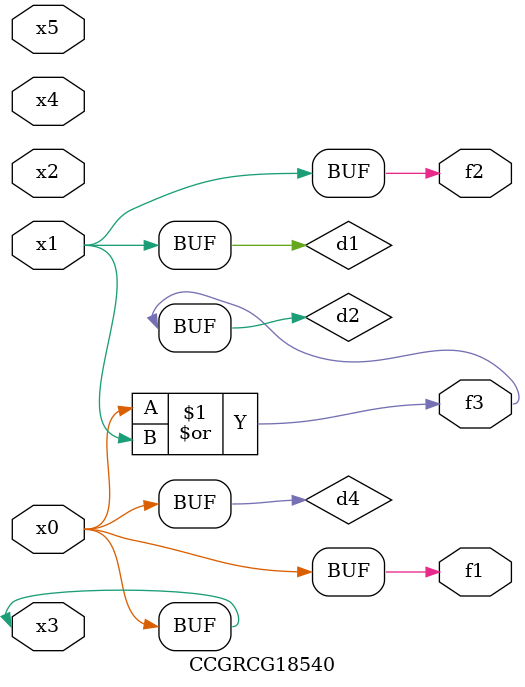
<source format=v>
module CCGRCG18540(
	input x0, x1, x2, x3, x4, x5,
	output f1, f2, f3
);

	wire d1, d2, d3, d4;

	and (d1, x1);
	or (d2, x0, x1);
	nand (d3, x0, x5);
	buf (d4, x0, x3);
	assign f1 = d4;
	assign f2 = d1;
	assign f3 = d2;
endmodule

</source>
